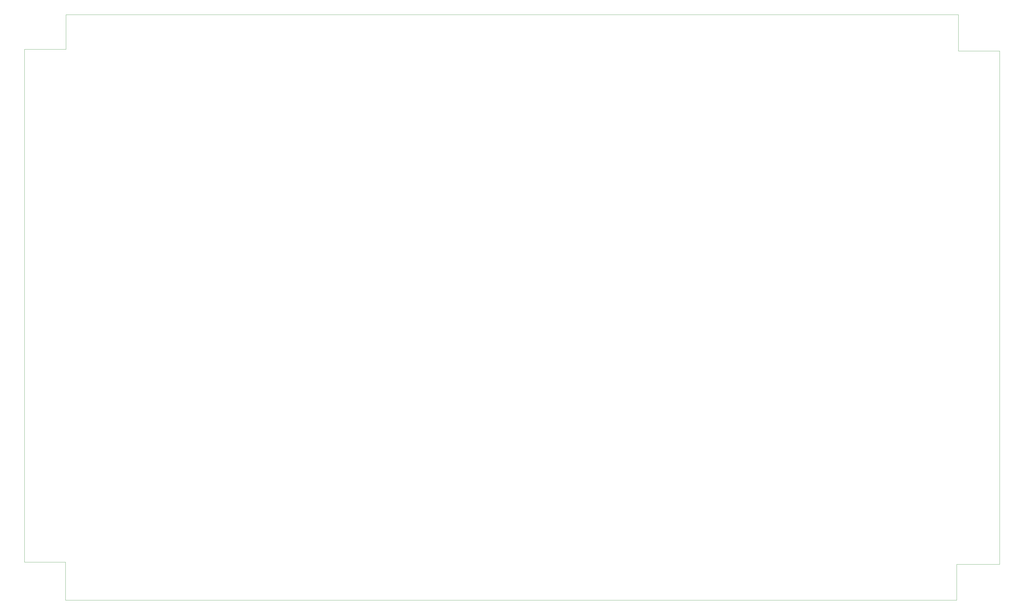
<source format=gbr>
%TF.GenerationSoftware,KiCad,Pcbnew,7.0.11*%
%TF.CreationDate,2025-07-15T19:22:36+01:00*%
%TF.ProjectId,lynx128,6c796e78-3132-4382-9e6b-696361645f70,rev?*%
%TF.SameCoordinates,Original*%
%TF.FileFunction,Profile,NP*%
%FSLAX46Y46*%
G04 Gerber Fmt 4.6, Leading zero omitted, Abs format (unit mm)*
G04 Created by KiCad (PCBNEW 7.0.11) date 2025-07-15 19:22:36*
%MOMM*%
%LPD*%
G01*
G04 APERTURE LIST*
%TA.AperFunction,Profile*%
%ADD10C,0.100000*%
%TD*%
G04 APERTURE END LIST*
D10*
X362510000Y-33470000D02*
X362510000Y-46110000D01*
X52960000Y-45490000D02*
X38630000Y-45490000D01*
X52960000Y-33470000D02*
X52960000Y-45490000D01*
X362510000Y-46110000D02*
X376830000Y-46110000D01*
X361960000Y-236770000D02*
X52790000Y-236770000D01*
X376830000Y-46110000D02*
X376830000Y-224280000D01*
X376830000Y-224280000D02*
X361960000Y-224280000D01*
X362510000Y-33470000D02*
X52960000Y-33470000D01*
X38630000Y-223570000D02*
X52790000Y-223570000D01*
X52790000Y-223570000D02*
X52790000Y-236770000D01*
X38630000Y-223570000D02*
X38630000Y-45490000D01*
X361960000Y-224280000D02*
X361960000Y-236770000D01*
M02*

</source>
